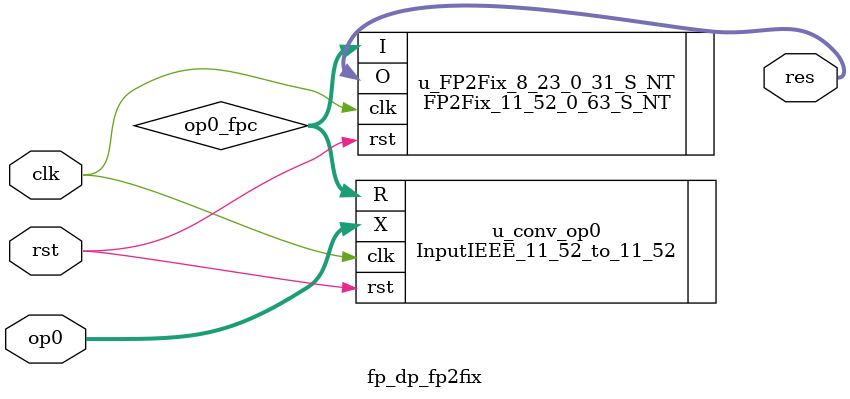
<source format=sv>
`timescale 1ns / 1ps
module fp_dp_fp2fix #(
		parameter DATA_WIDTH = 64 )
	(
		input                       clk,
		input                       rst,
		input  [DATA_WIDTH - 1 : 0] op0,
		output [DATA_WIDTH - 1 : 0] res
	);

	logic [DATA_WIDTH + 1 : 0] op0_fpc;

	InputIEEE_11_52_to_11_52 u_conv_op0 (
		.clk ( clk     ),
		.rst ( rst     ),
		.X   ( op0     ),
		.R   ( op0_fpc )
	);
	
	FP2Fix_11_52_0_63_S_NT u_FP2Fix_8_23_0_31_S_NT (
		.clk ( clk     ),
		.rst ( rst     ),
		.I   ( op0_fpc ),
		.O   ( res     )
	);

endmodule

</source>
